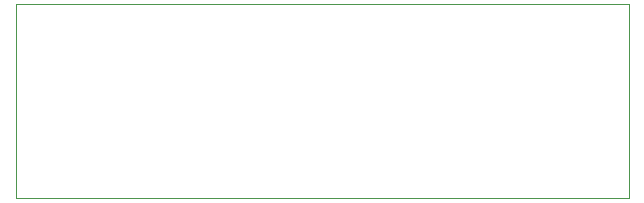
<source format=gbr>
%TF.GenerationSoftware,Altium Limited,Altium Designer,23.6.0 (18)*%
G04 Layer_Color=0*
%FSLAX45Y45*%
%MOMM*%
%TF.SameCoordinates,DE65B9CC-D9CF-42CD-B8C9-10693606ABAB*%
%TF.FilePolarity,Positive*%
%TF.FileFunction,Profile,NP*%
%TF.Part,Single*%
G01*
G75*
%TA.AperFunction,Profile*%
%ADD43C,0.02540*%
D43*
X2705100Y2400300D02*
X7899400D01*
Y4038600D01*
X2705100D01*
Y2400300D01*
%TF.MD5,40ab0251cfe11c2b2b0c1374d48824e2*%
M02*

</source>
